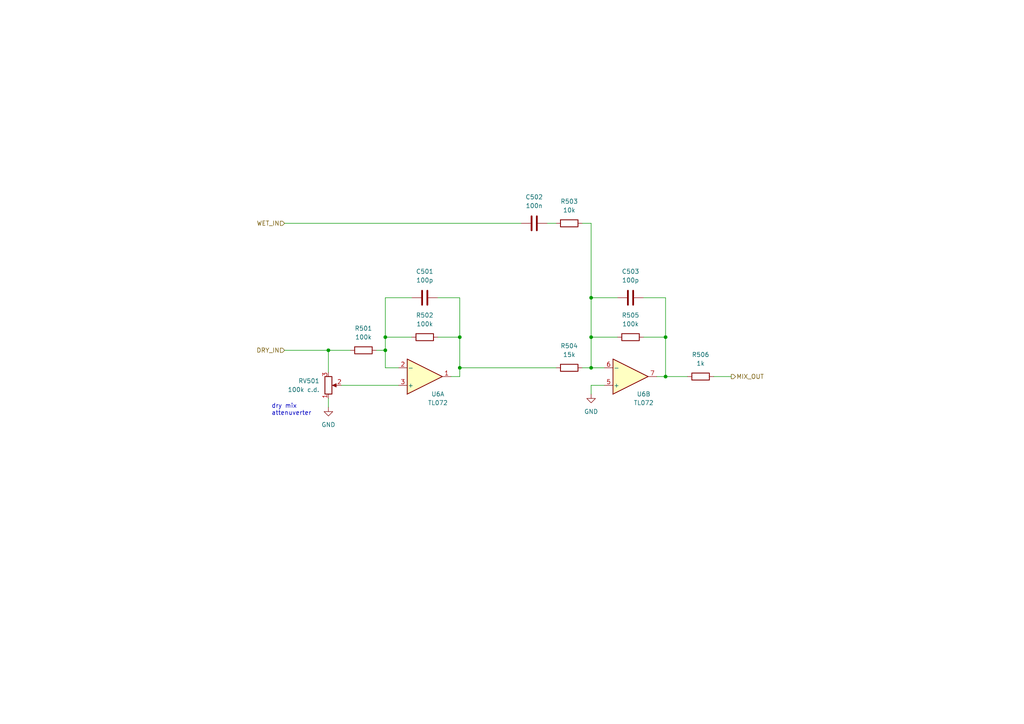
<source format=kicad_sch>
(kicad_sch (version 20211123) (generator eeschema)
  (paper "A4")
  (title_block (title "SSI2140 12-Stage Phase Shifter") (date "2022-10-11") (rev "0") (comment 1 "creativecommons.org/licences/by/4.0") (comment 2 "Licence: CC by 4.0") (comment 3 "Author: Jordan Aceto"))
  (lib_symbols
    (symbol "Amplifier_Operational:TL072" (pin_names (offset 0.127))
      (property "Reference" "U" (at 0 5.08 0))
      (property "Value" "TL072" (at 0 -5.08 0))
      (symbol "TL072_1_1"
        (polyline (pts (xy -5.08 5.08) (xy 5.08 0) (xy -5.08 -5.08) (xy -5.08 5.08)) (stroke (width 0.254)) (fill (type background)))
        (pin output line (at 7.62 0 180) (length 2.54) (name "~") (number "1"))
        (pin input line (at -7.62 -2.54 0) (length 2.54) (name "-") (number "2"))
        (pin input line (at -7.62 2.54 0) (length 2.54) (name "+") (number "3"))
      )
      (symbol "TL072_2_1"
        (polyline (pts (xy -5.08 5.08) (xy 5.08 0) (xy -5.08 -5.08) (xy -5.08 5.08)) (stroke (width 0.254)) (fill (type background)))
        (pin input line (at -7.62 2.54 0) (length 2.54) (name "+") (number "5"))
        (pin input line (at -7.62 -2.54 0) (length 2.54) (name "-") (number "6"))
        (pin output line (at 7.62 0 180) (length 2.54) (name "~") (number "7"))
      )
      (symbol "TL072_3_1"
        (pin power_in line (at -2.54 -7.62 90) (length 3.81) (name "V-") (number "4"))
        (pin power_in line (at -2.54 7.62 270) (length 3.81) (name "V+") (number "8"))
      )
    )
    (symbol "Device:C" (pin_numbers hide) (pin_names (offset 0.254))
      (property "Reference" "C" (at 0.635 2.54 0))
      (property "Value" "C" (at 0.635 -2.54 0))
      (symbol "C_0_1"
        (polyline (pts (xy -2.032 -0.762) (xy 2.032 -0.762)) (stroke (width 0.508)))
        (polyline (pts (xy -2.032 0.762) (xy 2.032 0.762)) (stroke (width 0.508)))
      )
      (symbol "C_1_1"
        (pin passive line (at 0 3.81 270) (length 2.794) (name "~") (number "1"))
        (pin passive line (at 0 -3.81 90) (length 2.794) (name "~") (number "2"))
      )
    )
    (symbol "Device:R" (pin_numbers hide) (pin_names (offset 0))
      (property "Reference" "R" (at 2.032 0 90))
      (property "Value" "R" (at 0 0 90))
      (symbol "R_0_1"
        (rectangle (start -1.016 -2.54) (end 1.016 2.54) (stroke (width 0.254)))
      )
      (symbol "R_1_1"
        (pin passive line (at 0 3.81 270) (length 1.27) (name "~") (number "1"))
        (pin passive line (at 0 -3.81 90) (length 1.27) (name "~") (number "2"))
      )
    )
    (symbol "Device:R_Potentiometer" (pin_names (offset 1.016) hide)
      (property "Reference" "RV" (at -4.445 0 90))
      (property "Value" "R_Potentiometer" (at -2.54 0 90))
      (symbol "R_Potentiometer_0_1"
        (polyline (pts (xy 2.54 0) (xy 1.524 0)))
        (polyline (pts (xy 1.143 0) (xy 2.286 0.508) (xy 2.286 -0.508) (xy 1.143 0)) (fill (type outline)))
        (rectangle (start 1.016 2.54) (end -1.016 -2.54) (stroke (width 0.254)))
      )
      (symbol "R_Potentiometer_1_1"
        (pin passive line (at 0 3.81 270) (length 1.27) (name "1") (number "1"))
        (pin passive line (at 3.81 0 180) (length 1.27) (name "2") (number "2"))
        (pin passive line (at 0 -3.81 90) (length 1.27) (name "3") (number "3"))
      )
    )
    (symbol "power:GND" (power) (pin_names (offset 0))
      (property "Value" "GND" (at 0 -3.81 0))
      (symbol "GND_0_1"
        (polyline (pts (xy 0 0) (xy 0 -1.27) (xy 1.27 -1.27) (xy 0 -2.54) (xy -1.27 -1.27) (xy 0 -1.27)))
      )
      (symbol "GND_1_1"
        (pin power_in line (at 0 0 270) (length 0) hide (name "GND") (number "1"))
      )
    )
  )
  (junction (at 171.45 106.68))
  (junction (at 171.45 86.36))
  (junction (at 133.35 106.68))
  (junction (at 133.35 97.79))
  (junction (at 95.25 101.6))
  (junction (at 111.76 97.79))
  (junction (at 193.04 97.79))
  (junction (at 171.45 97.79))
  (junction (at 111.76 101.6))
  (junction (at 193.04 109.22))
  (wire (pts (xy 119.38 86.36) (xy 111.76 86.36)))
  (wire (pts (xy 95.25 101.6) (xy 101.6 101.6)))
  (wire (pts (xy 127 97.79) (xy 133.35 97.79)))
  (wire (pts (xy 111.76 86.36) (xy 111.76 97.79)))
  (wire (pts (xy 171.45 106.68) (xy 168.91 106.68)))
  (wire (pts (xy 111.76 101.6) (xy 109.22 101.6)))
  (wire (pts (xy 82.55 64.77) (xy 151.13 64.77)))
  (wire (pts (xy 171.45 64.77) (xy 168.91 64.77)))
  (wire (pts (xy 82.55 101.6) (xy 95.25 101.6)))
  (wire (pts (xy 171.45 97.79) (xy 171.45 106.68)))
  (wire (pts (xy 95.25 101.6) (xy 95.25 107.95)))
  (wire (pts (xy 171.45 114.3) (xy 171.45 111.76)))
  (wire (pts (xy 193.04 97.79) (xy 193.04 109.22)))
  (wire (pts (xy 99.06 111.76) (xy 115.57 111.76)))
  (wire (pts (xy 171.45 111.76) (xy 175.26 111.76)))
  (wire (pts (xy 95.25 118.11) (xy 95.25 115.57)))
  (wire (pts (xy 171.45 86.36) (xy 171.45 97.79)))
  (wire (pts (xy 133.35 86.36) (xy 133.35 97.79)))
  (wire (pts (xy 158.75 64.77) (xy 161.29 64.77)))
  (wire (pts (xy 127 86.36) (xy 133.35 86.36)))
  (wire (pts (xy 175.26 106.68) (xy 171.45 106.68)))
  (wire (pts (xy 111.76 97.79) (xy 119.38 97.79)))
  (wire (pts (xy 111.76 106.68) (xy 111.76 101.6)))
  (wire (pts (xy 186.69 97.79) (xy 193.04 97.79)))
  (wire (pts (xy 171.45 64.77) (xy 171.45 86.36)))
  (wire (pts (xy 186.69 86.36) (xy 193.04 86.36)))
  (wire (pts (xy 171.45 97.79) (xy 179.07 97.79)))
  (wire (pts (xy 115.57 106.68) (xy 111.76 106.68)))
  (wire (pts (xy 193.04 109.22) (xy 199.39 109.22)))
  (wire (pts (xy 111.76 101.6) (xy 111.76 97.79)))
  (wire (pts (xy 133.35 109.22) (xy 130.81 109.22)))
  (wire (pts (xy 193.04 109.22) (xy 190.5 109.22)))
  (wire (pts (xy 133.35 106.68) (xy 133.35 109.22)))
  (wire (pts (xy 133.35 97.79) (xy 133.35 106.68)))
  (wire (pts (xy 193.04 86.36) (xy 193.04 97.79)))
  (wire (pts (xy 179.07 86.36) (xy 171.45 86.36)))
  (wire (pts (xy 133.35 106.68) (xy 161.29 106.68)))
  (wire (pts (xy 207.01 109.22) (xy 212.09 109.22)))
  (text "dry mix\nattenuverter" (at 78.74 120.65 0) (effects (font (size 1.27 1.27)) (justify left bottom)))
  (hierarchical_label "WET_IN" (shape input) (at 82.55 64.77 180))
  (hierarchical_label "DRY_IN" (shape input) (at 82.55 101.6 180))
  (hierarchical_label "MIX_OUT" (shape output) (at 212.09 109.22 0))
  (symbol (lib_id "Device:C") (at 154.94 64.77 90) (unit 1)
    (property "Reference" "C502" (at 154.94 57.15 90))
    (property "Value" "100n" (at 154.94 59.69 90))
    (property "Footprint" "Capacitor_THT:C_Rect_L7.0mm_W2.5mm_P5.00mm" (effects hide))
  )
  (symbol (lib_id "Device:R_Potentiometer") (at 95.25 111.76 0) (mirror x) (unit 1)
    (property "Reference" "RV501" (at 92.71 110.4899 0) (effects (justify right)))
    (property "Value" "100k c.d." (at 92.71 113.0299 0) (effects (justify right)))
    (property "Footprint" "Potentiometer_THT:Potentiometer_Alpha_RD901F-40-00D_Single_Vertical" (effects hide))
  )
  (symbol (lib_id "Device:R") (at 182.88 97.79 90) (unit 1)
    (property "Reference" "R505" (at 182.88 91.44 90))
    (property "Value" "100k" (at 182.88 93.98 90))
    (property "Footprint" "Resistor_SMD:R_0603_1608Metric" (effects hide))
  )
  (symbol (lib_id "power:GND") (at 95.25 118.11 0) (mirror y) (unit 1)
    (property "Reference" "#PWR0501" (effects hide))
    (property "Value" "GND" (at 95.25 123.19 0))
  )
  (symbol (lib_id "Device:R") (at 105.41 101.6 270) (mirror x) (unit 1)
    (property "Reference" "R501" (at 105.41 95.25 90))
    (property "Value" "100k" (at 105.41 97.79 90))
    (property "Footprint" "Resistor_SMD:R_0603_1608Metric" (effects hide))
  )
  (symbol (lib_id "Device:R") (at 123.19 97.79 90) (unit 1)
    (property "Reference" "R502" (at 123.19 91.44 90))
    (property "Value" "100k" (at 123.19 93.98 90))
    (property "Footprint" "Resistor_SMD:R_0603_1608Metric" (effects hide))
  )
  (symbol (lib_id "power:GND") (at 171.45 114.3 0) (mirror y) (unit 1)
    (property "Reference" "#PWR0502" (effects hide))
    (property "Value" "GND" (at 171.45 119.38 0))
  )
  (symbol (lib_id "Device:R") (at 165.1 106.68 270) (mirror x) (unit 1)
    (property "Reference" "R504" (at 165.1 100.33 90))
    (property "Value" "15k" (at 165.1 102.87 90))
    (property "Footprint" "Resistor_SMD:R_0603_1608Metric" (effects hide))
  )
  (symbol (lib_id "Amplifier_Operational:TL072") (at 123.19 109.22 0) (mirror x) (unit 1)
    (property "Reference" "U6" (at 127 114.3 0))
    (property "Value" "TL072" (at 127 116.84 0))
    (property "Footprint" "Package_SO:SOIC-8_3.9x4.9mm_P1.27mm" (effects hide))
    (property "Datasheet" "http://www.ti.com/lit/ds/symlink/tl071.pdf" (effects hide))
  )
  (symbol (lib_id "Amplifier_Operational:TL072") (at 182.88 109.22 0) (mirror x) (unit 2)
    (property "Reference" "U6" (at 186.69 114.3 0))
    (property "Value" "TL072" (at 186.69 116.84 0))
    (property "Footprint" "Package_SO:SOIC-8_3.9x4.9mm_P1.27mm" (effects hide))
    (property "Datasheet" "http://www.ti.com/lit/ds/symlink/tl071.pdf" (effects hide))
  )
  (symbol (lib_id "Device:R") (at 165.1 64.77 270) (mirror x) (unit 1)
    (property "Reference" "R503" (at 165.1 58.42 90))
    (property "Value" "10k" (at 165.1 60.96 90))
    (property "Footprint" "Resistor_SMD:R_0603_1608Metric" (effects hide))
  )
  (symbol (lib_id "Device:C") (at 182.88 86.36 270) (mirror x) (unit 1)
    (property "Reference" "C503" (at 182.88 78.74 90))
    (property "Value" "100p" (at 182.88 81.28 90))
    (property "Footprint" "Capacitor_SMD:C_0603_1608Metric" (effects hide))
  )
  (symbol (lib_id "Device:R") (at 203.2 109.22 90) (unit 1)
    (property "Reference" "R506" (at 203.2 102.87 90))
    (property "Value" "1k" (at 203.2 105.41 90))
    (property "Footprint" "Resistor_SMD:R_0603_1608Metric" (effects hide))
  )
  (symbol (lib_id "Device:C") (at 123.19 86.36 270) (mirror x) (unit 1)
    (property "Reference" "C501" (at 123.19 78.74 90))
    (property "Value" "100p" (at 123.19 81.28 90))
    (property "Footprint" "Capacitor_SMD:C_0603_1608Metric" (effects hide))
  )
)
</source>
